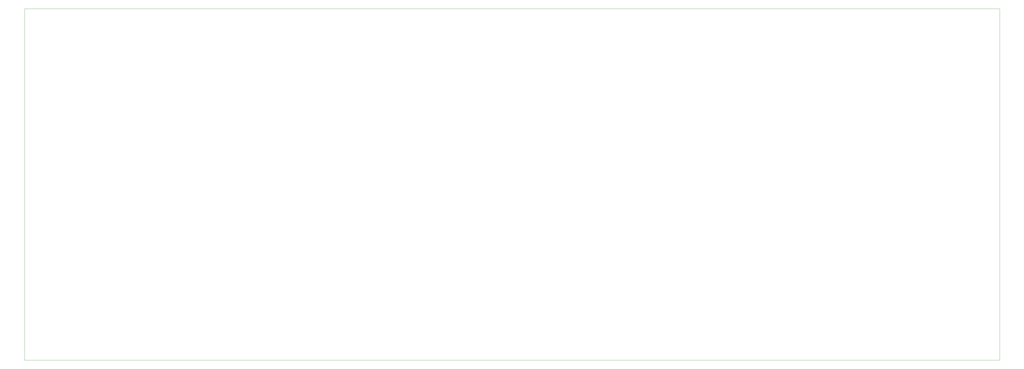
<source format=gbr>
%TF.GenerationSoftware,KiCad,Pcbnew,8.99.0-99-g23169ca1a7*%
%TF.CreationDate,2024-03-31T01:18:58-03:00*%
%TF.ProjectId,klaviatar,6b6c6176-6961-4746-9172-2e6b69636164,rev?*%
%TF.SameCoordinates,Original*%
%TF.FileFunction,Profile,NP*%
%FSLAX46Y46*%
G04 Gerber Fmt 4.6, Leading zero omitted, Abs format (unit mm)*
G04 Created by KiCad (PCBNEW 8.99.0-99-g23169ca1a7) date 2024-03-31 01:18:58*
%MOMM*%
%LPD*%
G01*
G04 APERTURE LIST*
%TA.AperFunction,Profile*%
%ADD10C,0.050000*%
%TD*%
G04 APERTURE END LIST*
D10*
X21000000Y-34000000D02*
X391000000Y-34000000D01*
X391000000Y-167500000D01*
X21000000Y-167500000D01*
X21000000Y-34000000D01*
M02*

</source>
